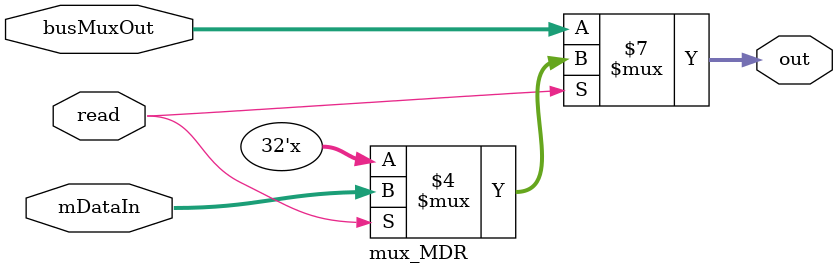
<source format=v>
module mux_MDR(
// 2-1 multiplexer for the MDR unit
	input wire [31:0] busMuxOut, // standard bus out
	input wire [31:0] mDataIn, // Data from memory
	
	input wire read,
	output reg [31:0] out // output to standard 32-bit register mdr
);

always@(*)begin
		if (read==0) 
			out[31:0] <= busMuxOut[31:0];
		
		else if (read==1)
			out[31:0] <= mDataIn[31:0];
	end

endmodule
</source>
